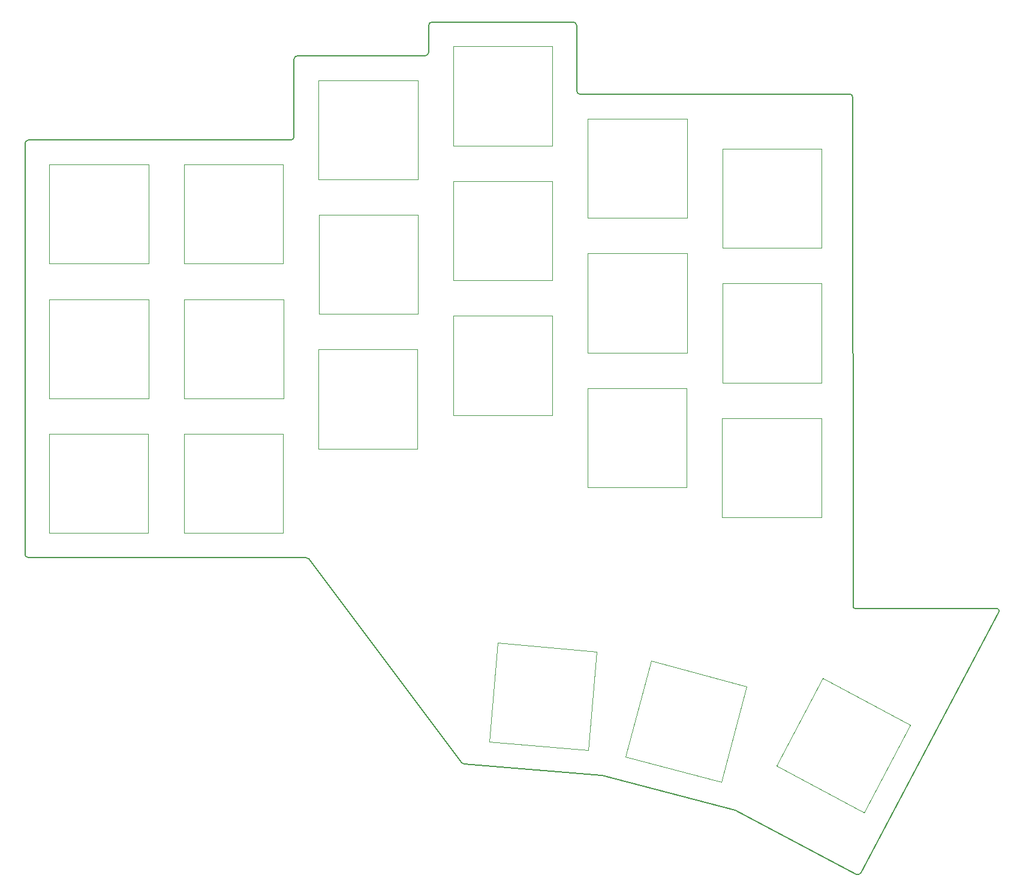
<source format=gbr>
%TF.GenerationSoftware,KiCad,Pcbnew,7.0.10*%
%TF.CreationDate,2024-02-08T11:30:52-05:00*%
%TF.ProjectId,top_plate,746f705f-706c-4617-9465-2e6b69636164,rev?*%
%TF.SameCoordinates,Original*%
%TF.FileFunction,Profile,NP*%
%FSLAX46Y46*%
G04 Gerber Fmt 4.6, Leading zero omitted, Abs format (unit mm)*
G04 Created by KiCad (PCBNEW 7.0.10) date 2024-02-08 11:30:52*
%MOMM*%
%LPD*%
G01*
G04 APERTURE LIST*
%TA.AperFunction,Profile*%
%ADD10C,0.150000*%
%TD*%
%TA.AperFunction,Profile*%
%ADD11C,0.100000*%
%TD*%
G04 APERTURE END LIST*
D10*
X212826025Y-118961055D02*
G75*
G03*
X212484858Y-118328967I-329997J230001D01*
G01*
D11*
X168830000Y-49259575D02*
X168830000Y-63260000D01*
X135832120Y-53070000D02*
X135832120Y-39069575D01*
X187830000Y-53509575D02*
X187830000Y-67510000D01*
X154812120Y-87259575D02*
X154812120Y-87259575D01*
X97852120Y-74720000D02*
X111850000Y-74720000D01*
X116812120Y-95820000D02*
X116812120Y-81819575D01*
X154870004Y-138384615D02*
X140922855Y-137164398D01*
X97842120Y-69720425D02*
X97842120Y-55720000D01*
X154832120Y-49259575D02*
X168830000Y-49259575D01*
X168830000Y-63260000D02*
X154832120Y-63260000D01*
X97852120Y-74720000D02*
X97852120Y-74720000D01*
X187810000Y-105510000D02*
X173812120Y-105510000D01*
X78822120Y-88720000D02*
X78822120Y-74719575D01*
X78792120Y-93719575D02*
X78792120Y-93719575D01*
X149840000Y-58069575D02*
X149840000Y-72070000D01*
X160135510Y-139240455D02*
X163759086Y-125717082D01*
X154842120Y-68259575D02*
X154842120Y-68259575D01*
X116832120Y-43819575D02*
X130830000Y-43819575D01*
X154842120Y-82260000D02*
X154842120Y-68259575D01*
X92790000Y-107720000D02*
X78792120Y-107720000D01*
X97822120Y-93720000D02*
X111820000Y-93720000D01*
X149830000Y-39069575D02*
X149830000Y-53070000D01*
X97842120Y-55720000D02*
X97842120Y-55720000D01*
X135832120Y-39069575D02*
X135832120Y-39069575D01*
X92820000Y-88720000D02*
X78822120Y-88720000D01*
X78822120Y-74719575D02*
X92820000Y-74719575D01*
X130810000Y-95820000D02*
X116812120Y-95820000D01*
X97822120Y-107720425D02*
X97822120Y-93720000D01*
X173832120Y-53509575D02*
X173832120Y-53509575D01*
X78812120Y-55719575D02*
X92810000Y-55719575D01*
X116842120Y-76820000D02*
X116842120Y-62819575D01*
X130840000Y-62819575D02*
X130840000Y-76820000D01*
X135812120Y-77069575D02*
X135812120Y-77069575D01*
X149810000Y-77069575D02*
X149810000Y-91070000D01*
X154812120Y-101260000D02*
X154812120Y-87259575D01*
X168840000Y-82260000D02*
X154842120Y-82260000D01*
X173842120Y-86510000D02*
X173842120Y-72509575D01*
X130830000Y-57820000D02*
X116832120Y-57820000D01*
X168810000Y-87259575D02*
X168810000Y-101260000D01*
X200380000Y-134760000D02*
X193807198Y-147121642D01*
X163759086Y-125717082D02*
X177280000Y-129340000D01*
X149840000Y-72070000D02*
X135842120Y-72070000D01*
X187810000Y-91509575D02*
X187810000Y-105510000D01*
X168810000Y-101260000D02*
X154812120Y-101260000D01*
X173812120Y-105510000D02*
X173812120Y-91509575D01*
X173842120Y-72509575D02*
X187840000Y-72509575D01*
X92790000Y-93719575D02*
X92790000Y-107720000D01*
X116812120Y-81819575D02*
X116812120Y-81819575D01*
X193807198Y-147121642D02*
X181447804Y-140550035D01*
X188020605Y-128188393D02*
X200380000Y-134760000D01*
X135842120Y-58069575D02*
X135842120Y-58069575D01*
X173832120Y-53509575D02*
X187830000Y-53509575D01*
X111840000Y-69720425D02*
X97842120Y-69720425D01*
X154832120Y-49259575D02*
X154832120Y-49259575D01*
X130840000Y-76820000D02*
X116842120Y-76820000D01*
X149810000Y-91070000D02*
X135812120Y-91070000D01*
X97822120Y-93720000D02*
X97822120Y-93720000D01*
X181447804Y-140550035D02*
X188020605Y-128188393D01*
X187830000Y-67510000D02*
X173832120Y-67510000D01*
X116832120Y-43819575D02*
X116832120Y-43819575D01*
X154832120Y-63260000D02*
X154832120Y-49259575D01*
X116832120Y-57820000D02*
X116832120Y-43819575D01*
X78822120Y-74719575D02*
X78822120Y-74719575D01*
X116812120Y-81819575D02*
X130810000Y-81819575D01*
X173842120Y-72509575D02*
X173842120Y-72509575D01*
X130810000Y-81819575D02*
X130810000Y-95820000D01*
X154842120Y-68259575D02*
X168840000Y-68259575D01*
X111840000Y-55720000D02*
X111840000Y-69720425D01*
X97852120Y-88720425D02*
X97852120Y-74720000D01*
X111820000Y-93720000D02*
X111820000Y-107720425D01*
X135832120Y-39069575D02*
X149830000Y-39069575D01*
X116842120Y-62819575D02*
X130840000Y-62819575D01*
X142142851Y-123219784D02*
X156090000Y-124440000D01*
X149830000Y-53070000D02*
X135832120Y-53070000D01*
X140922855Y-137164398D02*
X142142851Y-123219784D01*
X130830000Y-43819575D02*
X130830000Y-57820000D01*
X97842120Y-55720000D02*
X111840000Y-55720000D01*
X78812120Y-55719575D02*
X78812120Y-55719575D01*
X177280000Y-129340000D02*
X173656423Y-142863372D01*
X154812120Y-87259575D02*
X168810000Y-87259575D01*
X135842120Y-58069575D02*
X149840000Y-58069575D01*
X111850000Y-88720425D02*
X97852120Y-88720425D01*
X168840000Y-68259575D02*
X168840000Y-82260000D01*
X173832120Y-67510000D02*
X173832120Y-53509575D01*
X173812120Y-91509575D02*
X173812120Y-91509575D01*
X173656423Y-142863372D02*
X160135510Y-139240455D01*
X135812120Y-77069575D02*
X149810000Y-77069575D01*
X187840000Y-86510000D02*
X173842120Y-86510000D01*
X92810000Y-69720000D02*
X78812120Y-69720000D01*
X187840000Y-72509575D02*
X187840000Y-86510000D01*
X92810000Y-55719575D02*
X92810000Y-69720000D01*
X78792120Y-93719575D02*
X92790000Y-93719575D01*
X135842120Y-72070000D02*
X135842120Y-58069575D01*
X92820000Y-74719575D02*
X92820000Y-88720000D01*
X173812120Y-91509575D02*
X187810000Y-91509575D01*
X111850000Y-74720000D02*
X111850000Y-88720425D01*
X135812120Y-91070000D02*
X135812120Y-77069575D01*
X111820000Y-107720425D02*
X97822120Y-107720425D01*
X156090000Y-124440000D02*
X154870004Y-138384615D01*
X116842120Y-62819575D02*
X116842120Y-62819575D01*
X78812120Y-69720000D02*
X78812120Y-55719575D01*
X78792120Y-107720000D02*
X78792120Y-93719575D01*
X156090000Y-124440000D02*
X156090000Y-124440000D01*
X163759086Y-125717082D02*
X163759086Y-125717082D01*
X188020605Y-128188393D02*
X188020605Y-128188393D01*
D10*
X175661384Y-146777001D02*
X156868508Y-141932916D01*
X192229999Y-46220000D02*
G75*
G03*
X191810000Y-45789881I-419999J10001D01*
G01*
X192289828Y-118060000D02*
G75*
G03*
X192590000Y-118350000I290171J-1D01*
G01*
X137050517Y-140130607D02*
G75*
G03*
X137409202Y-140328285I399481J300601D01*
G01*
X132857830Y-35613756D02*
X152757830Y-35613756D01*
X153757830Y-45813756D02*
X191810000Y-45789881D01*
X156784532Y-141918759D02*
X137410531Y-140331541D01*
X132357830Y-39873756D02*
X132357830Y-36113756D01*
X212484858Y-118328967D02*
X192590000Y-118350000D01*
X113357830Y-51773756D02*
X113357830Y-40873756D01*
X192723972Y-155833588D02*
X175661384Y-146777001D01*
X112857830Y-52273830D02*
G75*
G03*
X113357830Y-51773756I-30J500030D01*
G01*
X115407839Y-111373113D02*
G75*
G03*
X115008340Y-111173756I-399539J-300687D01*
G01*
X113857830Y-40373756D02*
X131857830Y-40373756D01*
X115008340Y-111173756D02*
X75857830Y-111173756D01*
X75357844Y-110673756D02*
G75*
G03*
X75857830Y-111173756I499956J-44D01*
G01*
X192230000Y-46220000D02*
X192289828Y-118060000D01*
X75857830Y-52273756D02*
X112857830Y-52273756D01*
X212826026Y-118961055D02*
X193400439Y-155626365D01*
X137051847Y-140133863D02*
X115407850Y-111373104D01*
X153257844Y-36113756D02*
G75*
G03*
X152757830Y-35613756I-500044J-44D01*
G01*
X132857830Y-35613830D02*
G75*
G03*
X132357830Y-36113756I-30J-499970D01*
G01*
X153257830Y-36113756D02*
X153257830Y-45313756D01*
X156868506Y-141932923D02*
G75*
G03*
X156784532Y-141918761I-124706J-483377D01*
G01*
X75857830Y-52273830D02*
G75*
G03*
X75357830Y-52773756I-30J-499970D01*
G01*
X153257844Y-45313756D02*
G75*
G03*
X153757830Y-45813756I499956J-44D01*
G01*
X75357830Y-110673756D02*
X75357830Y-52773756D01*
X131857830Y-40373830D02*
G75*
G03*
X132357830Y-39873756I-30J500030D01*
G01*
X192723970Y-155833593D02*
G75*
G03*
X193400440Y-155626365I234730J441493D01*
G01*
X113857830Y-40373830D02*
G75*
G03*
X113357830Y-40873756I-30J-499970D01*
G01*
M02*

</source>
